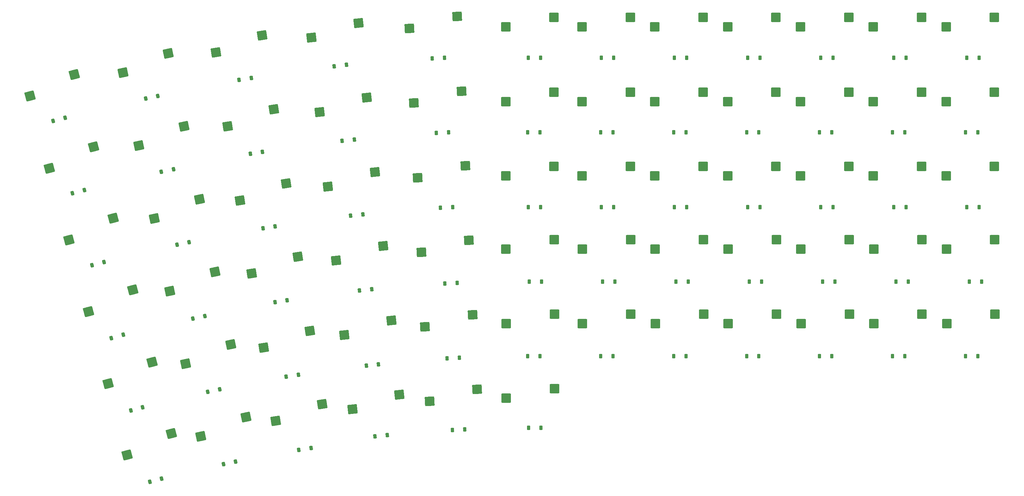
<source format=gbr>
%TF.GenerationSoftware,KiCad,Pcbnew,9.0.2*%
%TF.CreationDate,2025-07-31T22:53:19+02:00*%
%TF.ProjectId,multiboard_RIGHT,6d756c74-6962-46f6-9172-645f52494748,1.0*%
%TF.SameCoordinates,Original*%
%TF.FileFunction,Paste,Bot*%
%TF.FilePolarity,Positive*%
%FSLAX46Y46*%
G04 Gerber Fmt 4.6, Leading zero omitted, Abs format (unit mm)*
G04 Created by KiCad (PCBNEW 9.0.2) date 2025-07-31 22:53:19*
%MOMM*%
%LPD*%
G01*
G04 APERTURE LIST*
G04 Aperture macros list*
%AMRoundRect*
0 Rectangle with rounded corners*
0 $1 Rounding radius*
0 $2 $3 $4 $5 $6 $7 $8 $9 X,Y pos of 4 corners*
0 Add a 4 corners polygon primitive as box body*
4,1,4,$2,$3,$4,$5,$6,$7,$8,$9,$2,$3,0*
0 Add four circle primitives for the rounded corners*
1,1,$1+$1,$2,$3*
1,1,$1+$1,$4,$5*
1,1,$1+$1,$6,$7*
1,1,$1+$1,$8,$9*
0 Add four rect primitives between the rounded corners*
20,1,$1+$1,$2,$3,$4,$5,0*
20,1,$1+$1,$4,$5,$6,$7,0*
20,1,$1+$1,$6,$7,$8,$9,0*
20,1,$1+$1,$8,$9,$2,$3,0*%
G04 Aperture macros list end*
%ADD10RoundRect,0.225000X-0.120276X-0.420456X0.314390X-0.303988X0.120276X0.420456X-0.314390X0.303988X0*%
%ADD11RoundRect,0.225000X-0.225000X-0.375000X0.225000X-0.375000X0.225000X0.375000X-0.225000X0.375000X0*%
%ADD12RoundRect,0.225000X-0.184569X-0.396465X0.262966X-0.349427X0.184569X0.396465X-0.262966X0.349427X0*%
%ADD13RoundRect,0.200000X0.766610X1.292453X-1.310130X0.735992X-0.766610X-1.292453X1.310130X-0.735992X0*%
%ADD14RoundRect,0.200000X1.075000X1.050000X-1.075000X1.050000X-1.075000X-1.050000X1.075000X-1.050000X0*%
%ADD15RoundRect,0.225000X-0.205066X-0.386262X0.244318X-0.362710X0.205066X0.386262X-0.244318X0.362710X0*%
%ADD16RoundRect,0.225000X-0.142116X-0.413585X0.298050X-0.320025X0.142116X0.413585X-0.298050X0.320025X0*%
%ADD17RoundRect,0.200000X0.897509X1.205240X-1.226021X0.868906X-0.897509X-1.205240X1.226021X-0.868906X0*%
%ADD18RoundRect,0.200000X1.018574X1.104822X-1.128480X0.992300X-1.018574X-1.104822X1.128480X-0.992300X0*%
%ADD19RoundRect,0.225000X-0.163567X-0.405581X0.280893X-0.335185X0.163567X0.405581X-0.280893X0.335185X0*%
%ADD20RoundRect,0.200000X0.959356X1.156616X-1.178866X0.931880X-0.959356X-1.156616X1.178866X-0.931880X0*%
%ADD21RoundRect,0.200000X0.833201X1.250560X-1.269816X0.803550X-0.833201X-1.250560X1.269816X-0.803550X0*%
G04 APERTURE END LIST*
D10*
%TO.C,D11*%
X68424502Y-156809082D03*
X71612060Y-155954978D03*
%TD*%
D11*
%TO.C,D50*%
X252891818Y-82274800D03*
X256191818Y-82274800D03*
%TD*%
D12*
%TO.C,D54*%
X122929777Y-64511854D03*
X126211699Y-64166910D03*
%TD*%
D11*
%TO.C,D30*%
X253710000Y-122274800D03*
X257010000Y-122274800D03*
%TD*%
D13*
%TO.C,SW13*%
X62330478Y-149652311D03*
X74159601Y-143853106D03*
%TD*%
D10*
%TO.C,D51*%
X47624502Y-79209082D03*
X50812060Y-78354978D03*
%TD*%
D11*
%TO.C,D16*%
X174710000Y-142274800D03*
X178010000Y-142274800D03*
%TD*%
D14*
%TO.C,SW42*%
X247778636Y-93910000D03*
X260705636Y-91370000D03*
%TD*%
%TO.C,SW64*%
X267282273Y-73990000D03*
X280209273Y-71450000D03*
%TD*%
D15*
%TO.C,D5*%
X154571806Y-162053154D03*
X157867284Y-161880446D03*
%TD*%
D14*
%TO.C,SW21*%
X228389091Y-133524800D03*
X241316091Y-130984800D03*
%TD*%
D11*
%TO.C,D48*%
X213800909Y-82274800D03*
X217100909Y-82274800D03*
%TD*%
%TO.C,D26*%
X175164545Y-122274800D03*
X178464545Y-122274800D03*
%TD*%
D14*
%TO.C,SW32*%
X247856363Y-113604800D03*
X260783363Y-111064800D03*
%TD*%
D16*
%TO.C,D42*%
X76624503Y-92809082D03*
X79852391Y-92122972D03*
%TD*%
D17*
%TO.C,SW55*%
X91225438Y-60805774D03*
X103595941Y-56274817D03*
%TD*%
D14*
%TO.C,SW60*%
X208771364Y-53990000D03*
X221698364Y-51450000D03*
%TD*%
D16*
%TO.C,D2*%
X93224503Y-171209082D03*
X96452391Y-170522972D03*
%TD*%
D18*
%TO.C,SW17*%
X147224503Y-134409081D03*
X160000854Y-131196015D03*
%TD*%
D14*
%TO.C,SW52*%
X247778636Y-73990000D03*
X260705636Y-71450000D03*
%TD*%
D18*
%TO.C,SW27*%
X146224503Y-114409081D03*
X159000854Y-111196015D03*
%TD*%
D11*
%TO.C,D63*%
X272755454Y-102274800D03*
X276055454Y-102274800D03*
%TD*%
D19*
%TO.C,D33*%
X103824503Y-108009081D03*
X107083875Y-107492847D03*
%TD*%
D17*
%TO.C,SW25*%
X100799529Y-120120574D03*
X113170032Y-115589617D03*
%TD*%
D11*
%TO.C,D39*%
X233600909Y-102274800D03*
X236900909Y-102274800D03*
%TD*%
D20*
%TO.C,SW6*%
X127786956Y-156459108D03*
X140377638Y-152581781D03*
%TD*%
D14*
%TO.C,SW20*%
X208921819Y-133524800D03*
X221848819Y-130984800D03*
%TD*%
D20*
%TO.C,SW26*%
X123424503Y-116609081D03*
X136015185Y-112731754D03*
%TD*%
D14*
%TO.C,SW39*%
X189267727Y-93910000D03*
X202194727Y-91370000D03*
%TD*%
%TO.C,SW18*%
X168980909Y-133524800D03*
X181907909Y-130984800D03*
%TD*%
%TO.C,SW49*%
X189267727Y-73990000D03*
X202194727Y-71450000D03*
%TD*%
%TO.C,SW48*%
X168837727Y-73990000D03*
X181764727Y-71450000D03*
%TD*%
D21*
%TO.C,SW24*%
X78896996Y-124824586D03*
X91013412Y-119652417D03*
%TD*%
D13*
%TO.C,SW53*%
X41445478Y-72517511D03*
X53274601Y-66718306D03*
%TD*%
D14*
%TO.C,SW62*%
X247778636Y-53990000D03*
X260705636Y-51450000D03*
%TD*%
%TO.C,SW29*%
X189374545Y-113604800D03*
X202301545Y-111064800D03*
%TD*%
D12*
%TO.C,D44*%
X125034323Y-84511854D03*
X128316245Y-84166910D03*
%TD*%
D11*
%TO.C,D58*%
X214023636Y-62274800D03*
X217323636Y-62274800D03*
%TD*%
D15*
%TO.C,D15*%
X153153624Y-142871154D03*
X156449102Y-142698446D03*
%TD*%
D14*
%TO.C,SW71*%
X286785909Y-93910000D03*
X299712909Y-91370000D03*
%TD*%
D11*
%TO.C,D67*%
X292332727Y-62274800D03*
X295632727Y-62274800D03*
%TD*%
D18*
%TO.C,SW47*%
X144224503Y-74409081D03*
X157000854Y-71196015D03*
%TD*%
D11*
%TO.C,D65*%
X272437272Y-142274800D03*
X275737272Y-142274800D03*
%TD*%
D14*
%TO.C,SW19*%
X189374545Y-133524800D03*
X202301545Y-130984800D03*
%TD*%
D11*
%TO.C,D18*%
X213800909Y-142274800D03*
X217100909Y-142274800D03*
%TD*%
D12*
%TO.C,D24*%
X129651141Y-124697054D03*
X132933063Y-124352110D03*
%TD*%
D14*
%TO.C,SW40*%
X208771364Y-93910000D03*
X221698364Y-91370000D03*
%TD*%
D16*
%TO.C,D22*%
X85024503Y-132209082D03*
X88252391Y-131522972D03*
%TD*%
D20*
%TO.C,SW46*%
X119024503Y-76809081D03*
X131615185Y-72931754D03*
%TD*%
D17*
%TO.C,SW45*%
X94379983Y-80605774D03*
X106750486Y-76074817D03*
%TD*%
D14*
%TO.C,SW51*%
X228275000Y-73990000D03*
X241202000Y-71450000D03*
%TD*%
D11*
%TO.C,D57*%
X194446363Y-62274800D03*
X197746363Y-62274800D03*
%TD*%
%TO.C,D6*%
X174982727Y-161456800D03*
X178282727Y-161456800D03*
%TD*%
D13*
%TO.C,SW43*%
X46645478Y-91917511D03*
X58474601Y-86118306D03*
%TD*%
D10*
%TO.C,D21*%
X63224502Y-137409082D03*
X66412060Y-136554978D03*
%TD*%
D11*
%TO.C,D56*%
X174869091Y-62274800D03*
X178169091Y-62274800D03*
%TD*%
D14*
%TO.C,SW31*%
X228389091Y-113604800D03*
X241316091Y-111064800D03*
%TD*%
%TO.C,SW73*%
X286950909Y-133524800D03*
X299877909Y-130984800D03*
%TD*%
%TO.C,SW8*%
X168980909Y-153524800D03*
X181907909Y-150984800D03*
%TD*%
D11*
%TO.C,D20*%
X252891818Y-142274800D03*
X256191818Y-142274800D03*
%TD*%
%TO.C,D38*%
X214023636Y-102274800D03*
X217323636Y-102274800D03*
%TD*%
D15*
%TO.C,D45*%
X150253169Y-82405954D03*
X153548647Y-82233246D03*
%TD*%
D11*
%TO.C,D69*%
X292332727Y-102274800D03*
X295632727Y-102274800D03*
%TD*%
D13*
%TO.C,SW3*%
X67424503Y-168809081D03*
X79253626Y-163009876D03*
%TD*%
D11*
%TO.C,D59*%
X233600909Y-62274800D03*
X236900909Y-62274800D03*
%TD*%
D19*
%TO.C,D53*%
X97424503Y-68209081D03*
X100683875Y-67692847D03*
%TD*%
D10*
%TO.C,D31*%
X58036946Y-117863184D03*
X61224504Y-117009080D03*
%TD*%
D21*
%TO.C,SW14*%
X83067905Y-144344586D03*
X95184321Y-139172417D03*
%TD*%
D11*
%TO.C,D28*%
X214437272Y-122274800D03*
X217737272Y-122274800D03*
%TD*%
D14*
%TO.C,SW41*%
X228275000Y-93910000D03*
X241202000Y-91370000D03*
%TD*%
%TO.C,SW67*%
X267403637Y-133524800D03*
X280330637Y-130984800D03*
%TD*%
D16*
%TO.C,D52*%
X72424503Y-73209082D03*
X75652391Y-72522972D03*
%TD*%
D10*
%TO.C,D1*%
X73518527Y-175965852D03*
X76706085Y-175111748D03*
%TD*%
D20*
%TO.C,SW56*%
X116824503Y-56809081D03*
X129415185Y-52931754D03*
%TD*%
%TO.C,SW36*%
X121224503Y-96809081D03*
X133815185Y-92931754D03*
%TD*%
D11*
%TO.C,D62*%
X272437272Y-82274800D03*
X275737272Y-82274800D03*
%TD*%
D14*
%TO.C,SW72*%
X286870909Y-113604800D03*
X299797909Y-111064800D03*
%TD*%
%TO.C,SW66*%
X267403637Y-113604800D03*
X280330637Y-111064800D03*
%TD*%
D11*
%TO.C,D40*%
X253178182Y-102274800D03*
X256478182Y-102274800D03*
%TD*%
D14*
%TO.C,SW30*%
X208841819Y-113604800D03*
X221768819Y-111064800D03*
%TD*%
D16*
%TO.C,D32*%
X80824503Y-112409082D03*
X84052391Y-111722972D03*
%TD*%
D12*
%TO.C,D34*%
X127329777Y-104591854D03*
X130611699Y-104246910D03*
%TD*%
D11*
%TO.C,D27*%
X194800909Y-122274800D03*
X198100909Y-122274800D03*
%TD*%
D19*
%TO.C,D13*%
X110067659Y-147777588D03*
X113327031Y-147261354D03*
%TD*%
D11*
%TO.C,D47*%
X194255454Y-82274800D03*
X197555454Y-82274800D03*
%TD*%
D17*
%TO.C,SW35*%
X97625438Y-100525774D03*
X109995941Y-95994817D03*
%TD*%
D21*
%TO.C,SW4*%
X87133360Y-163744586D03*
X99249776Y-158572417D03*
%TD*%
D20*
%TO.C,SW16*%
X125624503Y-136609081D03*
X138215185Y-132731754D03*
%TD*%
D21*
%TO.C,SW54*%
X66307451Y-66209786D03*
X78423867Y-61037617D03*
%TD*%
D11*
%TO.C,D49*%
X233346363Y-82274800D03*
X236646363Y-82274800D03*
%TD*%
D17*
%TO.C,SW5*%
X107272256Y-159640574D03*
X119642759Y-155109617D03*
%TD*%
D15*
%TO.C,D35*%
X151380442Y-102485954D03*
X154675920Y-102313246D03*
%TD*%
D14*
%TO.C,SW69*%
X286785909Y-53990000D03*
X299712909Y-51450000D03*
%TD*%
%TO.C,SW63*%
X267282273Y-53990000D03*
X280209273Y-51450000D03*
%TD*%
D11*
%TO.C,D60*%
X253178182Y-62274800D03*
X256478182Y-62274800D03*
%TD*%
D19*
%TO.C,D3*%
X113424503Y-167409081D03*
X116683875Y-166892847D03*
%TD*%
D13*
%TO.C,SW23*%
X57130478Y-130332311D03*
X68959601Y-124533106D03*
%TD*%
D11*
%TO.C,D36*%
X174869091Y-102274800D03*
X178169091Y-102274800D03*
%TD*%
%TO.C,D29*%
X234073636Y-122274800D03*
X237373636Y-122274800D03*
%TD*%
D14*
%TO.C,SW61*%
X228275000Y-53990000D03*
X241202000Y-51450000D03*
%TD*%
D21*
%TO.C,SW44*%
X70539269Y-85809786D03*
X82655685Y-80637617D03*
%TD*%
D11*
%TO.C,D19*%
X233346363Y-142274800D03*
X236646363Y-142274800D03*
%TD*%
%TO.C,D61*%
X272755454Y-62274800D03*
X276055454Y-62274800D03*
%TD*%
%TO.C,D46*%
X174710000Y-82274800D03*
X178010000Y-82274800D03*
%TD*%
D13*
%TO.C,SW33*%
X51857922Y-111091613D03*
X63687045Y-105292408D03*
%TD*%
D18*
%TO.C,SW7*%
X148424503Y-154409081D03*
X161200854Y-151196015D03*
%TD*%
D14*
%TO.C,SW28*%
X168900909Y-113604800D03*
X181827909Y-111064800D03*
%TD*%
D11*
%TO.C,D64*%
X273346363Y-122274800D03*
X276646363Y-122274800D03*
%TD*%
D15*
%TO.C,D25*%
X152517261Y-122791154D03*
X155812739Y-122618446D03*
%TD*%
D11*
%TO.C,D68*%
X291982727Y-82274800D03*
X295282727Y-82274800D03*
%TD*%
%TO.C,D71*%
X291982727Y-142274800D03*
X295282727Y-142274800D03*
%TD*%
D14*
%TO.C,SW59*%
X189267727Y-53990000D03*
X202194727Y-51450000D03*
%TD*%
%TO.C,SW70*%
X286785909Y-73990000D03*
X299712909Y-71450000D03*
%TD*%
D16*
%TO.C,D12*%
X89024503Y-151809082D03*
X92252391Y-151122972D03*
%TD*%
D19*
%TO.C,D43*%
X100424503Y-88009081D03*
X103683875Y-87492847D03*
%TD*%
D14*
%TO.C,SW65*%
X267282273Y-93910000D03*
X280209273Y-91370000D03*
%TD*%
D11*
%TO.C,D37*%
X194446363Y-102274800D03*
X197746363Y-102274800D03*
%TD*%
D14*
%TO.C,SW50*%
X208771364Y-73990000D03*
X221698364Y-71450000D03*
%TD*%
D12*
%TO.C,D14*%
X131498414Y-144777054D03*
X134780336Y-144432110D03*
%TD*%
D14*
%TO.C,SW38*%
X168837727Y-93910000D03*
X181764727Y-91370000D03*
%TD*%
D10*
%TO.C,D41*%
X52824502Y-98609082D03*
X56012060Y-97754978D03*
%TD*%
D21*
%TO.C,SW34*%
X74707451Y-105329786D03*
X86823867Y-100157617D03*
%TD*%
D15*
%TO.C,D55*%
X149180442Y-62405954D03*
X152475920Y-62233246D03*
%TD*%
D11*
%TO.C,D17*%
X194255454Y-142274800D03*
X197555454Y-142274800D03*
%TD*%
D14*
%TO.C,SW58*%
X168837727Y-53990000D03*
X181764727Y-51450000D03*
%TD*%
D19*
%TO.C,D23*%
X107024503Y-127809081D03*
X110283875Y-127292847D03*
%TD*%
D17*
%TO.C,SW15*%
X104024503Y-140009081D03*
X116395006Y-135478124D03*
%TD*%
D18*
%TO.C,SW57*%
X143024503Y-54409081D03*
X155800854Y-51196015D03*
%TD*%
D14*
%TO.C,SW22*%
X247936363Y-133524800D03*
X260863363Y-130984800D03*
%TD*%
D11*
%TO.C,D70*%
X292982727Y-122274800D03*
X296282727Y-122274800D03*
%TD*%
D18*
%TO.C,SW37*%
X145224503Y-94409081D03*
X158000854Y-91196015D03*
%TD*%
D12*
%TO.C,D4*%
X133824503Y-163809081D03*
X137106425Y-163464137D03*
%TD*%
M02*

</source>
